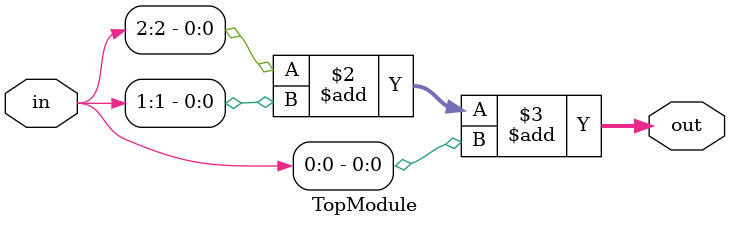
<source format=sv>
module TopModule (
    input  logic [2:0] in,
    output logic [1:0] out
);

    always @(*) begin
        out = in[2] + in[1] + in[0];
    end

endmodule
</source>
